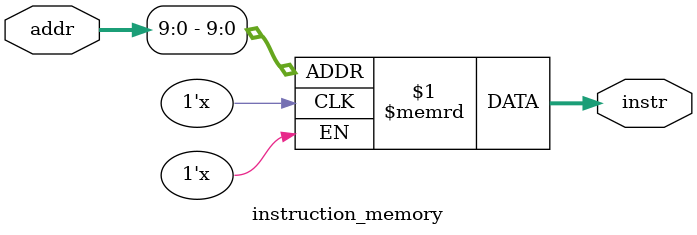
<source format=v>
module instruction_memory (
    input  wire [15:0] addr,      // PC value
    output wire [15:0] instr
);

    // 1024 x 16-bit instruction memory
    reg [15:0] mem [0:1023];

    initial begin
        // Load program here
        // Example: $readmemh("program.hex", mem);
    end

    // Word-addressed (lower bits ignored)
    assign instr = mem[addr[9:0]];

endmodule

</source>
